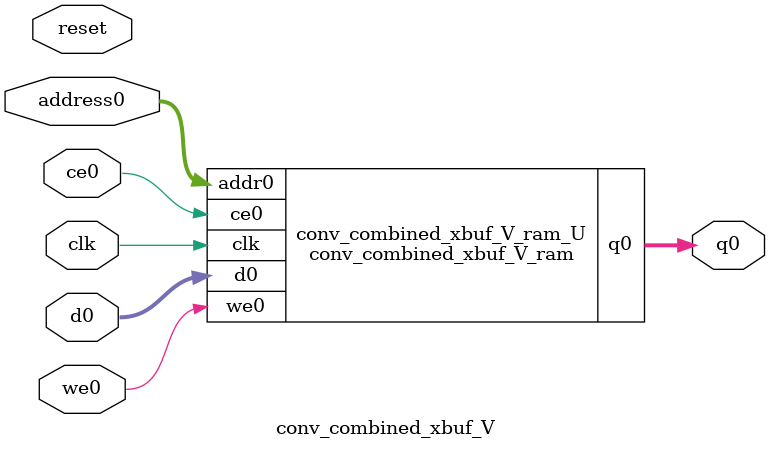
<source format=v>
`timescale 1 ns / 1 ps
module conv_combined_xbuf_V_ram (addr0, ce0, d0, we0, q0,  clk);

parameter DWIDTH = 16;
parameter AWIDTH = 9;
parameter MEM_SIZE = 512;

input[AWIDTH-1:0] addr0;
input ce0;
input[DWIDTH-1:0] d0;
input we0;
output reg[DWIDTH-1:0] q0;
input clk;

reg [DWIDTH-1:0] ram[0:MEM_SIZE-1];




always @(posedge clk)  
begin 
    if (ce0) begin
        if (we0) 
            ram[addr0] <= d0; 
        q0 <= ram[addr0];
    end
end


endmodule

`timescale 1 ns / 1 ps
module conv_combined_xbuf_V(
    reset,
    clk,
    address0,
    ce0,
    we0,
    d0,
    q0);

parameter DataWidth = 32'd16;
parameter AddressRange = 32'd512;
parameter AddressWidth = 32'd9;
input reset;
input clk;
input[AddressWidth - 1:0] address0;
input ce0;
input we0;
input[DataWidth - 1:0] d0;
output[DataWidth - 1:0] q0;



conv_combined_xbuf_V_ram conv_combined_xbuf_V_ram_U(
    .clk( clk ),
    .addr0( address0 ),
    .ce0( ce0 ),
    .we0( we0 ),
    .d0( d0 ),
    .q0( q0 ));

endmodule


</source>
